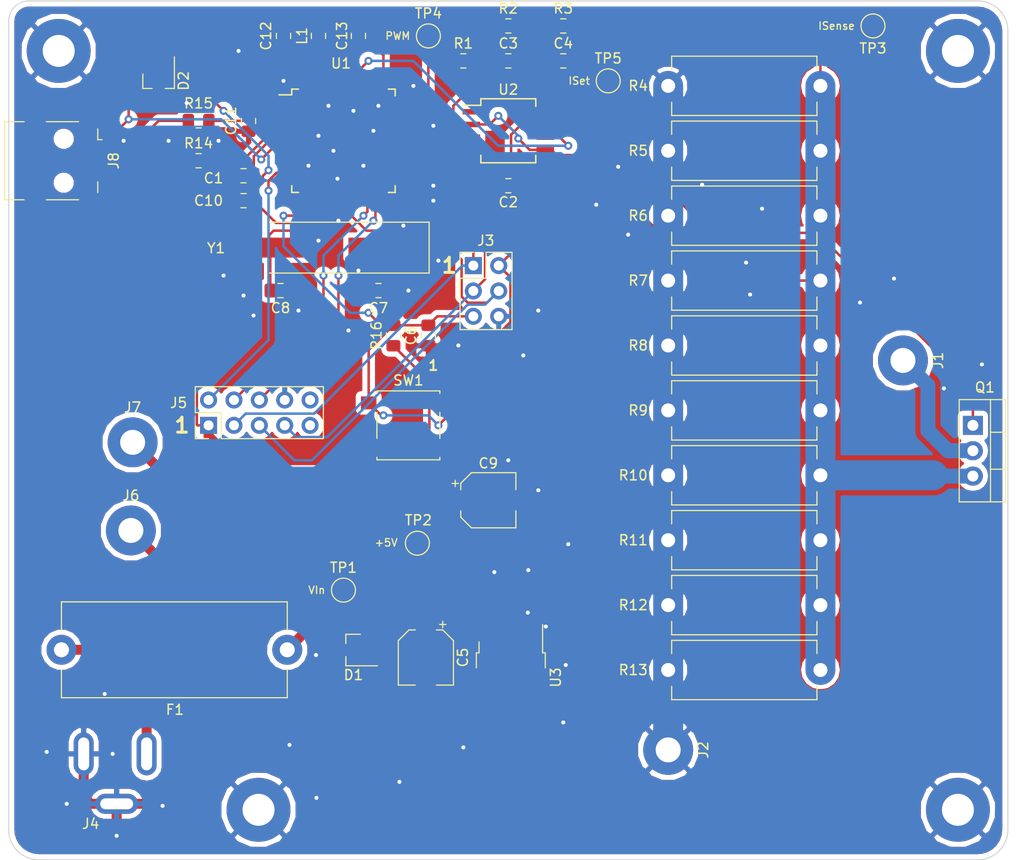
<source format=kicad_pcb>
(kicad_pcb (version 20171130) (host pcbnew "(5.0.2)-1")
  (layers (0 F.Cu signal) (31 B.Cu signal) (34 B.Paste user) (35 F.Paste user) (36 B.SilkS user) (37 F.SilkS user) (38 B.Mask user) (39 F.Mask user) (44 Edge.Cuts user))
  (net 0 "")
  (net 1 "Net-(F1-Pad2)")
  (net 2 GND)
  (net 3 "Net-(C4-Pad1)")
  (net 4 I_SENSE)
  (net 5 PWM)
  (net 6 "Net-(C5-Pad1)")
  (net 7 +5V)
  (net 8 RESET)
  (net 9 "Net-(C3-Pad1)")
  (net 10 "Net-(Q1-Pad1)")
  (net 11 "Net-(J1-Pad1)")
  (net 12 ADC)
  (net 13 INT_B)
  (net 14 "Net-(U1-Pad9)")
  (net 15 "Net-(U1-Pad12)")
  (net 16 CS)
  (net 17 MOSI)
  (net 18 MISO)
  (net 19 SCK)
  (net 20 "Net-(U1-Pad19)")
  (net 21 "Net-(C1-Pad1)")
  (net 22 "Net-(U1-Pad22)")
  (net 23 "Net-(U1-Pad25)")
  (net 24 "Net-(U1-Pad26)")
  (net 25 "Net-(U1-Pad27)")
  (net 26 "Net-(U1-Pad30)")
  (net 27 "Net-(U1-Pad31)")
  (net 28 INT_A)
  (net 29 "Net-(D1-Pad1)")
  (net 30 "Net-(R14-Pad1)")
  (net 31 "Net-(J8-Pad3)")
  (net 32 "Net-(J8-Pad2)")
  (net 33 "Net-(R15-Pad1)")
  (net 34 VBUS)
  (net 35 "Net-(U1-Pad1)")
  (net 36 "Net-(U1-Pad8)")
  (net 37 "Net-(C8-Pad1)")
  (net 38 "Net-(C7-Pad1)")
  (net 39 "Net-(U1-Pad18)")
  (net 40 AVCC)
  (net 41 "Net-(U1-Pad33)")
  (net 42 "Net-(U1-Pad36)")
  (net 43 "Net-(U1-Pad37)")
  (net 44 "Net-(U1-Pad38)")
  (net 45 "Net-(U1-Pad39)")
  (net 46 "Net-(U1-Pad40)")
  (net 47 AREF)
  (net 48 "Net-(J8-Pad4)")
  (net 49 "Net-(J5-Pad9)")
  (net 50 "Net-(J5-Pad10)")
  (net 51 "Net-(D1-Pad3)")
  (module MountingHole:MountingHole_3.2mm_M3_Pad (layer F.Cu) (at 163 124)
    (fp_text reference H3 hide)
    (fp_text value MountingHole_Pad)
    (pad 1 thru_hole circle (at 0 0) (size 6.4 6.4) (drill 3.2) (layers *.Cu *.Mask) (net 2 GND))
  )
  (module MountingHole:MountingHole_3.2mm_M3_Pad (layer F.Cu) (at 163 48)
    (fp_text reference H1 hide)
    (fp_text value MountingHole_Pad)
    (pad 1 thru_hole circle (at 0 0) (size 6.4 6.4) (drill 3.2) (layers *.Cu *.Mask) (net 2 GND))
  )
  (module MountingHole:MountingHole_3.2mm_M3_Pad (layer F.Cu) (at 93 124)
    (fp_text reference H2 hide)
    (fp_text value MountingHole_Pad)
    (pad 1 thru_hole circle (at 0 0) (size 6.4 6.4) (drill 3.2) (layers *.Cu *.Mask) (net 2 GND))
  )
  (module MountingHole:MountingHole_3.2mm_M3_Pad (layer F.Cu) (at 73 48)
    (fp_text reference H4 hide)
    (fp_text value MountingHole_Pad)
    (pad 1 thru_hole circle (at 0 0) (size 6.4 6.4) (drill 3.2) (layers *.Cu *.Mask) (net 2 GND))
  )
  (module Package_TO_SOT_SMD:TO-252-2 (layer F.Cu) (at 118.25 110.75 270)
    (fp_text reference U3 (at 0 -4.5 270) (layer F.SilkS))
    (fp_text value NCP1117-5.0_TO252)
    (pad 1 smd rect (at -4.2 -2.28 270) (size 2.2 1.2) (layers F.Cu F.Paste F.Mask) (net 2 GND))
    (pad 3 smd rect (at -4.2 2.28 270) (size 2.2 1.2) (layers F.Cu F.Paste F.Mask) (net 6 "Net-(C5-Pad1)"))
    (pad 2 smd rect (at 2.1 0 270) (size 6.4 5.8) (layers F.Cu F.Mask) (net 7 +5V))
  )
  (module Capacitor_SMD:C_0805_2012Metric_Pad1.15x1.40mm_HandSolder (layer F.Cu) (at 118 49)
    (fp_text reference C3 (at 0 -1.75) (layer F.SilkS))
    (fp_text value 10u)
    (pad 1 smd roundrect (at -1.025 0) (size 1.15 1.4) (layers F.Cu F.Paste F.Mask) (roundrect_rratio 0.217391) (net 9 "Net-(C3-Pad1)"))
    (pad 2 smd roundrect (at 1.025 0) (size 1.15 1.4) (layers F.Cu F.Paste F.Mask) (roundrect_rratio 0.217391) (net 2 GND))
  )
  (module Connector_PinHeader_2.54mm:PinHeader_2x05_P2.54mm_Vertical (layer F.Cu) (at 88 85.5 90)
    (fp_text reference J5 (at 2.25 -3 180) (layer F.SilkS))
    (fp_text value Conn_02x05_Odd_Even)
    (pad 1 thru_hole rect (at 0 0 90) (size 1.7 1.7) (drill 1) (layers *.Cu *.Mask) (net 7 +5V))
    (pad 2 thru_hole oval (at 2.54 0 90) (size 1.7 1.7) (drill 1) (layers *.Cu *.Mask) (net 16 CS))
    (pad 3 thru_hole oval (at 0 2.54 90) (size 1.7 1.7) (drill 1) (layers *.Cu *.Mask) (net 18 MISO))
    (pad 4 thru_hole oval (at 2.54 2.54 90) (size 1.7 1.7) (drill 1) (layers *.Cu *.Mask) (net 28 INT_A))
    (pad 5 thru_hole oval (at 0 5.08 90) (size 1.7 1.7) (drill 1) (layers *.Cu *.Mask) (net 17 MOSI))
    (pad 6 thru_hole oval (at 2.54 5.08 90) (size 1.7 1.7) (drill 1) (layers *.Cu *.Mask) (net 13 INT_B))
    (pad 7 thru_hole oval (at 0 7.62 90) (size 1.7 1.7) (drill 1) (layers *.Cu *.Mask) (net 19 SCK))
    (pad 8 thru_hole oval (at 2.54 7.62 90) (size 1.7 1.7) (drill 1) (layers *.Cu *.Mask) (net 2 GND))
    (pad 9 thru_hole oval (at 0 10.16 90) (size 1.7 1.7) (drill 1) (layers *.Cu *.Mask) (net 49 "Net-(J5-Pad9)"))
    (pad 10 thru_hole oval (at 2.54 10.16 90) (size 1.7 1.7) (drill 1) (layers *.Cu *.Mask) (net 50 "Net-(J5-Pad10)"))
  )
  (module Capacitor_SMD:C_0805_2012Metric_Pad1.15x1.40mm_HandSolder (layer F.Cu) (at 103 46.5 90)
    (fp_text reference C13 (at 0 -1.65 90) (layer F.SilkS))
    (fp_text value 100n)
    (pad 1 smd roundrect (at -1.025 0 90) (size 1.15 1.4) (layers F.Cu F.Paste F.Mask) (roundrect_rratio 0.217391) (net 47 AREF))
    (pad 2 smd roundrect (at 1.025 0 90) (size 1.15 1.4) (layers F.Cu F.Paste F.Mask) (roundrect_rratio 0.217391) (net 2 GND))
  )
  (module Connector_USB:USB_Mini-B_Lumberg_2486_01_Horizontal (layer F.Cu) (at 73.5 59 270)
    (fp_text reference J8 (at 0 -5 270) (layer F.SilkS))
    (fp_text value USB_B_Micro)
    (pad 1 smd rect (at -1.6 -2.7 270) (size 0.5 2) (layers F.Cu F.Paste F.Mask) (net 34 VBUS))
    (pad 2 smd rect (at -0.8 -2.7 270) (size 0.5 2) (layers F.Cu F.Paste F.Mask) (net 32 "Net-(J8-Pad2)"))
    (pad 3 smd rect (at 0 -2.7 270) (size 0.5 2) (layers F.Cu F.Paste F.Mask) (net 31 "Net-(J8-Pad3)"))
    (pad 4 smd rect (at 0.8 -2.7 270) (size 0.5 2) (layers F.Cu F.Paste F.Mask) (net 48 "Net-(J8-Pad4)"))
    (pad 5 smd rect (at 1.6 -2.7 270) (size 0.5 2) (layers F.Cu F.Paste F.Mask) (net 2 GND))
    (pad 6 smd rect (at -4.45 -2.6 270) (size 2 1.7) (layers F.Cu F.Paste F.Mask) (net 2 GND))
    (pad 6 smd rect (at -4.45 2.85 270) (size 2 1.7) (layers F.Cu F.Paste F.Mask) (net 2 GND))
    (pad 6 smd rect (at 4.45 -2.6 270) (size 2 1.7) (layers F.Cu F.Paste F.Mask) (net 2 GND))
    (pad 6 smd rect (at 4.45 2.85 270) (size 2 1.7) (layers F.Cu F.Paste F.Mask) (net 2 GND))
    (pad "" np_thru_hole circle (at -2.2 0 270) (size 1 1) (drill 1) (layers *.Cu *.Mask))
    (pad "" np_thru_hole circle (at 2.2 0 270) (size 1 1) (drill 1) (layers *.Cu *.Mask))
  )
  (module Inductor_SMD:L_0805_2012Metric_Pad1.15x1.40mm_HandSolder (layer F.Cu) (at 99 46.5 90)
    (fp_text reference L1 (at 0 -1.65 90) (layer F.SilkS))
    (fp_text value 10u)
    (pad 1 smd roundrect (at -1.025 0 90) (size 1.15 1.4) (layers F.Cu F.Paste F.Mask) (roundrect_rratio 0.217391) (net 40 AVCC))
    (pad 2 smd roundrect (at 1.025 0 90) (size 1.15 1.4) (layers F.Cu F.Paste F.Mask) (roundrect_rratio 0.217391) (net 7 +5V))
  )
  (module Package_QFP:TQFP-44_10x10mm_P0.8mm (layer F.Cu) (at 101.5 57)
    (fp_text reference U1 (at -0.25 -7.75) (layer F.SilkS))
    (fp_text value ATmega32U4-AU)
    (pad 1 smd rect (at -5.7 -4) (size 1.5 0.55) (layers F.Cu F.Paste F.Mask) (net 35 "Net-(U1-Pad1)"))
    (pad 2 smd rect (at -5.7 -3.2) (size 1.5 0.55) (layers F.Cu F.Paste F.Mask) (net 7 +5V))
    (pad 3 smd rect (at -5.7 -2.4) (size 1.5 0.55) (layers F.Cu F.Paste F.Mask) (net 33 "Net-(R15-Pad1)"))
    (pad 4 smd rect (at -5.7 -1.6) (size 1.5 0.55) (layers F.Cu F.Paste F.Mask) (net 30 "Net-(R14-Pad1)"))
    (pad 5 smd rect (at -5.7 -0.8) (size 1.5 0.55) (layers F.Cu F.Paste F.Mask) (net 2 GND))
    (pad 6 smd rect (at -5.7 0) (size 1.5 0.55) (layers F.Cu F.Paste F.Mask) (net 21 "Net-(C1-Pad1)"))
    (pad 7 smd rect (at -5.7 0.8) (size 1.5 0.55) (layers F.Cu F.Paste F.Mask) (net 34 VBUS))
    (pad 8 smd rect (at -5.7 1.6) (size 1.5 0.55) (layers F.Cu F.Paste F.Mask) (net 36 "Net-(U1-Pad8)"))
    (pad 9 smd rect (at -5.7 2.4) (size 1.5 0.55) (layers F.Cu F.Paste F.Mask) (net 14 "Net-(U1-Pad9)"))
    (pad 10 smd rect (at -5.7 3.2) (size 1.5 0.55) (layers F.Cu F.Paste F.Mask) (net 16 CS))
    (pad 11 smd rect (at -5.7 4) (size 1.5 0.55) (layers F.Cu F.Paste F.Mask) (net 17 MOSI))
    (pad 12 smd rect (at -4 5.7 90) (size 1.5 0.55) (layers F.Cu F.Paste F.Mask) (net 15 "Net-(U1-Pad12)"))
    (pad 13 smd rect (at -3.2 5.7 90) (size 1.5 0.55) (layers F.Cu F.Paste F.Mask) (net 8 RESET))
    (pad 14 smd rect (at -2.4 5.7 90) (size 1.5 0.55) (layers F.Cu F.Paste F.Mask) (net 7 +5V))
    (pad 15 smd rect (at -1.6 5.7 90) (size 1.5 0.55) (layers F.Cu F.Paste F.Mask) (net 2 GND))
    (pad 16 smd rect (at -0.8 5.7 90) (size 1.5 0.55) (layers F.Cu F.Paste F.Mask) (net 37 "Net-(C8-Pad1)"))
    (pad 17 smd rect (at 0 5.7 90) (size 1.5 0.55) (layers F.Cu F.Paste F.Mask) (net 38 "Net-(C7-Pad1)"))
    (pad 18 smd rect (at 0.8 5.7 90) (size 1.5 0.55) (layers F.Cu F.Paste F.Mask) (net 39 "Net-(U1-Pad18)"))
    (pad 19 smd rect (at 1.6 5.7 90) (size 1.5 0.55) (layers F.Cu F.Paste F.Mask) (net 20 "Net-(U1-Pad19)"))
    (pad 20 smd rect (at 2.4 5.7 90) (size 1.5 0.55) (layers F.Cu F.Paste F.Mask) (net 28 INT_A))
    (pad 21 smd rect (at 3.2 5.7 90) (size 1.5 0.55) (layers F.Cu F.Paste F.Mask) (net 13 INT_B))
    (pad 22 smd rect (at 4 5.7 90) (size 1.5 0.55) (layers F.Cu F.Paste F.Mask) (net 22 "Net-(U1-Pad22)"))
    (pad 23 smd rect (at 5.7 4) (size 1.5 0.55) (layers F.Cu F.Paste F.Mask) (net 2 GND))
    (pad 24 smd rect (at 5.7 3.2) (size 1.5 0.55) (layers F.Cu F.Paste F.Mask) (net 40 AVCC))
    (pad 25 smd rect (at 5.7 2.4) (size 1.5 0.55) (layers F.Cu F.Paste F.Mask) (net 23 "Net-(U1-Pad25)"))
    (pad 26 smd rect (at 5.7 1.6) (size 1.5 0.55) (layers F.Cu F.Paste F.Mask) (net 24 "Net-(U1-Pad26)"))
    (pad 27 smd rect (at 5.7 0.8) (size 1.5 0.55) (layers F.Cu F.Paste F.Mask) (net 25 "Net-(U1-Pad27)"))
    (pad 28 smd rect (at 5.7 0) (size 1.5 0.55) (layers F.Cu F.Paste F.Mask) (net 18 MISO))
    (pad 29 smd rect (at 5.7 -0.8) (size 1.5 0.55) (layers F.Cu F.Paste F.Mask) (net 19 SCK))
    (pad 30 smd rect (at 5.7 -1.6) (size 1.5 0.55) (layers F.Cu F.Paste F.Mask) (net 26 "Net-(U1-Pad30)"))
    (pad 31 smd rect (at 5.7 -2.4) (size 1.5 0.55) (layers F.Cu F.Paste F.Mask) (net 27 "Net-(U1-Pad31)"))
    (pad 32 smd rect (at 5.7 -3.2) (size 1.5 0.55) (layers F.Cu F.Paste F.Mask) (net 5 PWM))
    (pad 33 smd rect (at 5.7 -4) (size 1.5 0.55) (layers F.Cu F.Paste F.Mask) (net 41 "Net-(U1-Pad33)"))
    (pad 34 smd rect (at 4 -5.7 90) (size 1.5 0.55) (layers F.Cu F.Paste F.Mask) (net 7 +5V))
    (pad 35 smd rect (at 3.2 -5.7 90) (size 1.5 0.55) (layers F.Cu F.Paste F.Mask) (net 2 GND))
    (pad 36 smd rect (at 2.4 -5.7 90) (size 1.5 0.55) (layers F.Cu F.Paste F.Mask) (net 42 "Net-(U1-Pad36)"))
    (pad 37 smd rect (at 1.6 -5.7 90) (size 1.5 0.55) (layers F.Cu F.Paste F.Mask) (net 43 "Net-(U1-Pad37)"))
    (pad 38 smd rect (at 0.8 -5.7 90) (size 1.5 0.55) (layers F.Cu F.Paste F.Mask) (net 44 "Net-(U1-Pad38)"))
    (pad 39 smd rect (at 0 -5.7 90) (size 1.5 0.55) (layers F.Cu F.Paste F.Mask) (net 45 "Net-(U1-Pad39)"))
    (pad 40 smd rect (at -0.8 -5.7 90) (size 1.5 0.55) (layers F.Cu F.Paste F.Mask) (net 46 "Net-(U1-Pad40)"))
    (pad 41 smd rect (at -1.6 -5.7 90) (size 1.5 0.55) (layers F.Cu F.Paste F.Mask) (net 12 ADC))
    (pad 42 smd rect (at -2.4 -5.7 90) (size 1.5 0.55) (layers F.Cu F.Paste F.Mask) (net 47 AREF))
    (pad 43 smd rect (at -3.2 -5.7 90) (size 1.5 0.55) (layers F.Cu F.Paste F.Mask) (net 2 GND))
    (pad 44 smd rect (at -4 -5.7 90) (size 1.5 0.55) (layers F.Cu F.Paste F.Mask) (net 40 AVCC))
  )
  (module Package_TO_SOT_SMD:SOT-23_Handsoldering (layer F.Cu) (at 83 51 270)
    (fp_text reference D2 (at 0 -2.5 270) (layer F.SilkS))
    (fp_text value D_Schottky_AAK)
    (pad 1 smd rect (at -1.5 -0.95 270) (size 1.9 0.8) (layers F.Cu F.Paste F.Mask) (net 34 VBUS))
    (pad 2 smd rect (at -1.5 0.95 270) (size 1.9 0.8) (layers F.Cu F.Paste F.Mask) (net 34 VBUS))
    (pad 3 smd rect (at 1.5 0 270) (size 1.9 0.8) (layers F.Cu F.Paste F.Mask) (net 7 +5V))
  )
  (module Resistor_SMD:R_0805_2012Metric_Pad1.15x1.40mm_HandSolder (layer F.Cu) (at 87 55 180)
    (fp_text reference R15 (at 0 1.75 180) (layer F.SilkS))
    (fp_text value 22)
    (pad 2 smd roundrect (at 1.025 0 180) (size 1.15 1.4) (layers F.Cu F.Paste F.Mask) (roundrect_rratio 0.217391) (net 32 "Net-(J8-Pad2)"))
    (pad 1 smd roundrect (at -1.025 0 180) (size 1.15 1.4) (layers F.Cu F.Paste F.Mask) (roundrect_rratio 0.217391) (net 33 "Net-(R15-Pad1)"))
  )
  (module Resistor_SMD:R_0805_2012Metric_Pad1.15x1.40mm_HandSolder (layer F.Cu) (at 87 59 180)
    (fp_text reference R14 (at 0 1.75 180) (layer F.SilkS))
    (fp_text value 22)
    (pad 1 smd roundrect (at -1.025 0 180) (size 1.15 1.4) (layers F.Cu F.Paste F.Mask) (roundrect_rratio 0.217391) (net 30 "Net-(R14-Pad1)"))
    (pad 2 smd roundrect (at 1.025 0 180) (size 1.15 1.4) (layers F.Cu F.Paste F.Mask) (roundrect_rratio 0.217391) (net 31 "Net-(J8-Pad3)"))
  )
  (module Button_Switch_SMD:SW_SPST_B3S-1000 (layer F.Cu) (at 108 85.5)
    (fp_text reference SW1 (at 0 -4.5) (layer F.SilkS))
    (fp_text value SW_Push)
    (pad 1 smd rect (at -3.975 -2.25) (size 1.55 1.3) (layers F.Cu F.Paste F.Mask) (net 8 RESET))
    (pad 1 smd rect (at 3.975 -2.25) (size 1.55 1.3) (layers F.Cu F.Paste F.Mask) (net 8 RESET))
    (pad 2 smd rect (at -3.975 2.25) (size 1.55 1.3) (layers F.Cu F.Paste F.Mask) (net 2 GND))
    (pad 2 smd rect (at 3.975 2.25) (size 1.55 1.3) (layers F.Cu F.Paste F.Mask) (net 2 GND))
  )
  (module MountingHole:MountingHole_2.5mm_Pad (layer F.Cu) (at 80.225001 96.025001)
    (fp_text reference J6 (at 0 -3.5) (layer F.SilkS))
    (fp_text value Conn_01x01)
    (pad 1 thru_hole circle (at 0 0) (size 5 5) (drill 2.5) (layers *.Cu *.Mask) (net 51 "Net-(D1-Pad3)"))
  )
  (module MountingHole:MountingHole_2.5mm_Pad (layer F.Cu) (at 80.4 87.2)
    (fp_text reference J7 (at 0 -3.5) (layer F.SilkS))
    (fp_text value Conn_01x01)
    (pad 1 thru_hole circle (at 0 0) (size 5 5) (drill 2.5) (layers *.Cu *.Mask) (net 6 "Net-(C5-Pad1)"))
  )
  (module Package_TO_SOT_SMD:SOT-23_Handsoldering (layer F.Cu) (at 102.5 108 180)
    (fp_text reference D1 (at 0 -2.5 180) (layer F.SilkS))
    (fp_text value D_Schottky_AAK)
    (pad 1 smd rect (at -1.5 -0.95 180) (size 1.9 0.8) (layers F.Cu F.Paste F.Mask) (net 29 "Net-(D1-Pad1)"))
    (pad 2 smd rect (at -1.5 0.95 180) (size 1.9 0.8) (layers F.Cu F.Paste F.Mask) (net 29 "Net-(D1-Pad1)"))
    (pad 3 smd rect (at 1.5 0 180) (size 1.9 0.8) (layers F.Cu F.Paste F.Mask) (net 51 "Net-(D1-Pad3)"))
  )
  (module footprints:Barrel_Jack_BKL (layer B.Cu) (at 68 118.4)
    (fp_text reference J4 (at 8.2 7) (layer F.SilkS))
    (fp_text value Barrel_Jack_Switch)
    (pad 1 thru_hole oval (at 13.8 0) (size 2 4.3) (drill oval 1.1 3.3) (layers *.Cu *.Mask) (net 1 "Net-(F1-Pad2)"))
    (pad 2 thru_hole oval (at 7.5 0 180) (size 2 4.3) (drill oval 1.1 3.3) (layers *.Cu *.Mask) (net 2 GND))
    (pad 3 thru_hole oval (at 10.8 5 270) (size 2 4.3) (drill oval 1.1 3.3) (layers *.Cu *.Mask) (net 2 GND))
  )
  (module Crystal:Crystal_SMD_HC49-SD_HandSoldering (layer F.Cu) (at 100 67.7 180)
    (fp_text reference Y1 (at 11.25 -0.05 180) (layer F.SilkS))
    (fp_text value "8 Mhz")
    (pad 1 smd rect (at -5.9375 0 180) (size 7.875 2) (layers F.Cu F.Paste F.Mask) (net 38 "Net-(C7-Pad1)"))
    (pad 2 smd rect (at 5.9375 0 180) (size 7.875 2) (layers F.Cu F.Paste F.Mask) (net 37 "Net-(C8-Pad1)"))
  )
  (module Capacitor_SMD:CP_Elec_5x5.8 (layer F.Cu) (at 109.75 108.75 270)
    (fp_text reference C5 (at 0 -3.7 270) (layer F.SilkS))
    (fp_text value 10u)
    (pad 2 smd roundrect (at 2.2 0 270) (size 3 1.6) (layers F.Cu F.Paste F.Mask) (roundrect_rratio 0.15625) (net 2 GND))
    (pad 1 smd roundrect (at -2.2 0 270) (size 3 1.6) (layers F.Cu F.Paste F.Mask) (roundrect_rratio 0.15625) (net 6 "Net-(C5-Pad1)"))
  )
  (module Capacitor_SMD:CP_Elec_5x5.8 (layer F.Cu) (at 116 93)
    (fp_text reference C9 (at 0 -3.7) (layer F.SilkS))
    (fp_text value 22u)
    (pad 1 smd roundrect (at -2.2 0) (size 3 1.6) (layers F.Cu F.Paste F.Mask) (roundrect_rratio 0.15625) (net 7 +5V))
    (pad 2 smd roundrect (at 2.2 0) (size 3 1.6) (layers F.Cu F.Paste F.Mask) (roundrect_rratio 0.15625) (net 2 GND))
  )
  (module Capacitor_SMD:C_0805_2012Metric_Pad1.15x1.40mm_HandSolder (layer F.Cu) (at 91.5 63 180)
    (fp_text reference C10 (at 3.5 0 180) (layer F.SilkS))
    (fp_text value 100n)
    (pad 1 smd roundrect (at -1.025 0 180) (size 1.15 1.4) (layers F.Cu F.Paste F.Mask) (roundrect_rratio 0.217391) (net 7 +5V))
    (pad 2 smd roundrect (at 1.025 0 180) (size 1.15 1.4) (layers F.Cu F.Paste F.Mask) (roundrect_rratio 0.217391) (net 2 GND))
  )
  (module Capacitor_SMD:C_0805_2012Metric_Pad1.15x1.40mm_HandSolder (layer F.Cu) (at 91.5 60.5 180)
    (fp_text reference C1 (at 3 -0.25 180) (layer F.SilkS))
    (fp_text value 1u)
    (pad 2 smd roundrect (at 1.025 0 180) (size 1.15 1.4) (layers F.Cu F.Paste F.Mask) (roundrect_rratio 0.217391) (net 2 GND))
    (pad 1 smd roundrect (at -1.025 0 180) (size 1.15 1.4) (layers F.Cu F.Paste F.Mask) (roundrect_rratio 0.217391) (net 21 "Net-(C1-Pad1)"))
  )
  (module Capacitor_SMD:C_0805_2012Metric_Pad1.15x1.40mm_HandSolder (layer F.Cu) (at 123.5 49)
    (fp_text reference C4 (at 0 -1.75) (layer F.SilkS))
    (fp_text value 100n)
    (pad 1 smd roundrect (at -1.025 0) (size 1.15 1.4) (layers F.Cu F.Paste F.Mask) (roundrect_rratio 0.217391) (net 3 "Net-(C4-Pad1)"))
    (pad 2 smd roundrect (at 1.025 0) (size 1.15 1.4) (layers F.Cu F.Paste F.Mask) (roundrect_rratio 0.217391) (net 2 GND))
  )
  (module Capacitor_SMD:C_0805_2012Metric_Pad1.15x1.40mm_HandSolder (layer F.Cu) (at 105 72 180)
    (fp_text reference C7 (at 0 -1.75 180) (layer F.SilkS))
    (fp_text value 22p)
    (pad 2 smd roundrect (at 1.025 0 180) (size 1.15 1.4) (layers F.Cu F.Paste F.Mask) (roundrect_rratio 0.217391) (net 2 GND))
    (pad 1 smd roundrect (at -1.025 0 180) (size 1.15 1.4) (layers F.Cu F.Paste F.Mask) (roundrect_rratio 0.217391) (net 38 "Net-(C7-Pad1)"))
  )
  (module Capacitor_SMD:C_0805_2012Metric_Pad1.15x1.40mm_HandSolder (layer F.Cu) (at 95.2 72)
    (fp_text reference C8 (at 0 1.75) (layer F.SilkS))
    (fp_text value 22p)
    (pad 1 smd roundrect (at -1.025 0) (size 1.15 1.4) (layers F.Cu F.Paste F.Mask) (roundrect_rratio 0.217391) (net 37 "Net-(C8-Pad1)"))
    (pad 2 smd roundrect (at 1.025 0) (size 1.15 1.4) (layers F.Cu F.Paste F.Mask) (roundrect_rratio 0.217391) (net 2 GND))
  )
  (module Capacitor_SMD:C_0805_2012Metric_Pad1.15x1.40mm_HandSolder (layer F.Cu) (at 92 55.025 270)
    (fp_text reference C11 (at -0.025 1.75 270) (layer F.SilkS))
    (fp_text value 100n)
    (pad 2 smd roundrect (at 1.025 0 270) (size 1.15 1.4) (layers F.Cu F.Paste F.Mask) (roundrect_rratio 0.217391) (net 2 GND))
    (pad 1 smd roundrect (at -1.025 0 270) (size 1.15 1.4) (layers F.Cu F.Paste F.Mask) (roundrect_rratio 0.217391) (net 7 +5V))
  )
  (module Capacitor_SMD:C_0805_2012Metric_Pad1.15x1.40mm_HandSolder (layer F.Cu) (at 95.5 46.5 90)
    (fp_text reference C12 (at 0 -1.75 90) (layer F.SilkS))
    (fp_text value 100n)
    (pad 1 smd roundrect (at -1.025 0 90) (size 1.15 1.4) (layers F.Cu F.Paste F.Mask) (roundrect_rratio 0.217391) (net 40 AVCC))
    (pad 2 smd roundrect (at 1.025 0 90) (size 1.15 1.4) (layers F.Cu F.Paste F.Mask) (roundrect_rratio 0.217391) (net 2 GND))
  )
  (module Capacitor_SMD:C_0805_2012Metric_Pad1.15x1.40mm_HandSolder (layer F.Cu) (at 118 61.5 180)
    (fp_text reference C2 (at 0 -1.65 180) (layer F.SilkS))
    (fp_text value 100n)
    (pad 2 smd roundrect (at 1.025 0 180) (size 1.15 1.4) (layers F.Cu F.Paste F.Mask) (roundrect_rratio 0.217391) (net 2 GND))
    (pad 1 smd roundrect (at -1.025 0 180) (size 1.15 1.4) (layers F.Cu F.Paste F.Mask) (roundrect_rratio 0.217391) (net 7 +5V))
  )
  (module Capacitor_SMD:C_0805_2012Metric_Pad1.15x1.40mm_HandSolder (layer F.Cu) (at 110 76.5 270)
    (fp_text reference C6 (at 0 1.75 270) (layer F.SilkS))
    (fp_text value 100n)
    (pad 1 smd roundrect (at -1.025 0 270) (size 1.15 1.4) (layers F.Cu F.Paste F.Mask) (roundrect_rratio 0.217391) (net 8 RESET))
    (pad 2 smd roundrect (at 1.025 0 270) (size 1.15 1.4) (layers F.Cu F.Paste F.Mask) (roundrect_rratio 0.217391) (net 2 GND))
  )
  (module Connector_PinHeader_2.54mm:PinHeader_2x03_P2.54mm_Vertical (layer F.Cu) (at 114.5 69.5)
    (fp_text reference J3 (at 1.25 -2.5) (layer F.SilkS))
    (fp_text value AVR-ISP-6)
    (pad 1 thru_hole rect (at 0 0) (size 1.7 1.7) (drill 1) (layers *.Cu *.Mask) (net 18 MISO))
    (pad 2 thru_hole oval (at 2.54 0) (size 1.7 1.7) (drill 1) (layers *.Cu *.Mask) (net 7 +5V))
    (pad 3 thru_hole oval (at 0 2.54) (size 1.7 1.7) (drill 1) (layers *.Cu *.Mask) (net 19 SCK))
    (pad 4 thru_hole oval (at 2.54 2.54) (size 1.7 1.7) (drill 1) (layers *.Cu *.Mask) (net 17 MOSI))
    (pad 5 thru_hole oval (at 0 5.08) (size 1.7 1.7) (drill 1) (layers *.Cu *.Mask) (net 8 RESET))
    (pad 6 thru_hole oval (at 2.54 5.08) (size 1.7 1.7) (drill 1) (layers *.Cu *.Mask) (net 2 GND))
  )
  (module Fuse:Fuseholder_Cylinder-5x20mm_Stelvio-Kontek_PTF78_Horizontal_Open (layer F.Cu) (at 95.875001 107.975001 180)
    (fp_text reference F1 (at 11.25 -6 180) (layer F.SilkS))
    (fp_text value Fuse)
    (pad 1 thru_hole circle (at 0 0 180) (size 3 3) (drill 1.5) (layers *.Cu *.Mask) (net 29 "Net-(D1-Pad1)"))
    (pad 2 thru_hole circle (at 22.6 0 180) (size 3 3) (drill 1.5) (layers *.Cu *.Mask) (net 1 "Net-(F1-Pad2)"))
  )
  (module MountingHole:MountingHole_2.5mm_Pad (layer F.Cu) (at 157.5 79 270)
    (fp_text reference J1 (at 0 -3.5 270) (layer F.SilkS))
    (fp_text value Conn_01x01)
    (pad 1 thru_hole circle (at 0 0 270) (size 5 5) (drill 2.5) (layers *.Cu *.Mask) (net 11 "Net-(J1-Pad1)"))
  )
  (module MountingHole:MountingHole_2.5mm_Pad (layer F.Cu) (at 134 118 270)
    (fp_text reference J2 (at 0 -3.5 270) (layer F.SilkS))
    (fp_text value Conn_01x01)
    (pad 1 thru_hole circle (at 0 0 270) (size 5 5) (drill 2.5) (layers *.Cu *.Mask) (net 2 GND))
  )
  (module Package_SO:SO-8_5.3x6.2mm_P1.27mm (layer F.Cu) (at 118 56)
    (fp_text reference U2 (at 0 -4.13) (layer F.SilkS))
    (fp_text value Opamp_Dual_Generic)
    (pad 1 smd rect (at -3.7 -1.905) (size 1.75 0.55) (layers F.Cu F.Paste F.Mask) (net 10 "Net-(Q1-Pad1)"))
    (pad 2 smd rect (at -3.7 -0.635) (size 1.75 0.55) (layers F.Cu F.Paste F.Mask) (net 4 I_SENSE))
    (pad 3 smd rect (at -3.7 0.635) (size 1.75 0.55) (layers F.Cu F.Paste F.Mask) (net 3 "Net-(C4-Pad1)"))
    (pad 4 smd rect (at -3.7 1.905) (size 1.75 0.55) (layers F.Cu F.Paste F.Mask) (net 2 GND))
    (pad 5 smd rect (at 3.7 1.905) (size 1.75 0.55) (layers F.Cu F.Paste F.Mask) (net 4 I_SENSE))
    (pad 6 smd rect (at 3.7 0.635) (size 1.75 0.55) (layers F.Cu F.Paste F.Mask) (net 12 ADC))
    (pad 7 smd rect (at 3.7 -0.635) (size 1.75 0.55) (layers F.Cu F.Paste F.Mask) (net 12 ADC))
    (pad 8 smd rect (at 3.7 -1.905) (size 1.75 0.55) (layers F.Cu F.Paste F.Mask) (net 7 +5V))
  )
  (module Package_TO_SOT_THT:TO-220-3_Vertical (layer F.Cu) (at 164.5 85.5 270)
    (fp_text reference Q1 (at -3.8 -1.2) (layer F.SilkS))
    (fp_text value Q_NMOS_GDS)
    (pad 1 thru_hole rect (at 0 0 270) (size 1.905 2) (drill 1.1) (layers *.Cu *.Mask) (net 10 "Net-(Q1-Pad1)"))
    (pad 2 thru_hole oval (at 2.54 0 270) (size 1.905 2) (drill 1.1) (layers *.Cu *.Mask) (net 11 "Net-(J1-Pad1)"))
    (pad 3 thru_hole oval (at 5.08 0 270) (size 1.905 2) (drill 1.1) (layers *.Cu *.Mask) (net 4 I_SENSE))
  )
  (module Resistor_SMD:R_0805_2012Metric_Pad1.15x1.40mm_HandSolder (layer F.Cu) (at 118 45.5)
    (fp_text reference R2 (at 0 -1.75) (layer F.SilkS))
    (fp_text value 100k)
    (pad 2 smd roundrect (at 1.025 0) (size 1.15 1.4) (layers F.Cu F.Paste F.Mask) (roundrect_rratio 0.217391) (net 3 "Net-(C4-Pad1)"))
    (pad 1 smd roundrect (at -1.025 0) (size 1.15 1.4) (layers F.Cu F.Paste F.Mask) (roundrect_rratio 0.217391) (net 9 "Net-(C3-Pad1)"))
  )
  (module Resistor_SMD:R_0805_2012Metric_Pad1.15x1.40mm_HandSolder (layer F.Cu) (at 113.5 49 180)
    (fp_text reference R1 (at 0 1.75 180) (layer F.SilkS))
    (fp_text value 0.5k)
    (pad 1 smd roundrect (at -1.025 0 180) (size 1.15 1.4) (layers F.Cu F.Paste F.Mask) (roundrect_rratio 0.217391) (net 9 "Net-(C3-Pad1)"))
    (pad 2 smd roundrect (at 1.025 0 180) (size 1.15 1.4) (layers F.Cu F.Paste F.Mask) (roundrect_rratio 0.217391) (net 5 PWM))
  )
  (module Resistor_SMD:R_0805_2012Metric_Pad1.15x1.40mm_HandSolder (layer F.Cu) (at 123.5 45.5)
    (fp_text reference R3 (at 0 -1.75) (layer F.SilkS))
    (fp_text value 100k)
    (pad 2 smd roundrect (at 1.025 0) (size 1.15 1.4) (layers F.Cu F.Paste F.Mask) (roundrect_rratio 0.217391) (net 2 GND))
    (pad 1 smd roundrect (at -1.025 0) (size 1.15 1.4) (layers F.Cu F.Paste F.Mask) (roundrect_rratio 0.217391) (net 3 "Net-(C4-Pad1)"))
  )
  (module Resistor_SMD:R_0805_2012Metric_Pad1.15x1.40mm_HandSolder (layer F.Cu) (at 106.5 76.5 270)
    (fp_text reference R16 (at 0 1.7 270) (layer F.SilkS))
    (fp_text value 10k)
    (pad 1 smd roundrect (at -1.025 0 270) (size 1.15 1.4) (layers F.Cu F.Paste F.Mask) (roundrect_rratio 0.217391) (net 8 RESET))
    (pad 2 smd roundrect (at 1.025 0 270) (size 1.15 1.4) (layers F.Cu F.Paste F.Mask) (roundrect_rratio 0.217391) (net 7 +5V))
  )
  (module Resistor_THT:R_Axial_DIN0614_L14.3mm_D5.7mm_P15.24mm_Horizontal (layer F.Cu) (at 134 110)
    (fp_text reference R13 (at -3.5 0) (layer F.SilkS))
    (fp_text value 10)
    (pad 2 thru_hole oval (at 15.24 0) (size 2.8 2.8) (drill 1.4) (layers *.Cu *.Mask) (net 4 I_SENSE))
    (pad 1 thru_hole circle (at 0 0) (size 2.8 2.8) (drill 1.4) (layers *.Cu *.Mask) (net 2 GND))
  )
  (module Resistor_THT:R_Axial_DIN0614_L14.3mm_D5.7mm_P15.24mm_Horizontal (layer F.Cu) (at 134 90.5)
    (fp_text reference R10 (at -3.5 0) (layer F.SilkS))
    (fp_text value 10)
    (pad 1 thru_hole circle (at 0 0) (size 2.8 2.8) (drill 1.4) (layers *.Cu *.Mask) (net 2 GND))
    (pad 2 thru_hole oval (at 15.24 0) (size 2.8 2.8) (drill 1.4) (layers *.Cu *.Mask) (net 4 I_SENSE))
  )
  (module Resistor_THT:R_Axial_DIN0614_L14.3mm_D5.7mm_P15.24mm_Horizontal (layer F.Cu) (at 134 84)
    (fp_text reference R9 (at -3 0) (layer F.SilkS))
    (fp_text value 10)
    (pad 2 thru_hole oval (at 15.24 0) (size 2.8 2.8) (drill 1.4) (layers *.Cu *.Mask) (net 4 I_SENSE))
    (pad 1 thru_hole circle (at 0 0) (size 2.8 2.8) (drill 1.4) (layers *.Cu *.Mask) (net 2 GND))
  )
  (module Resistor_THT:R_Axial_DIN0614_L14.3mm_D5.7mm_P15.24mm_Horizontal (layer F.Cu) (at 134 103.5)
    (fp_text reference R12 (at -3.5 0) (layer F.SilkS))
    (fp_text value 10)
    (pad 1 thru_hole circle (at 0 0) (size 2.8 2.8) (drill 1.4) (layers *.Cu *.Mask) (net 2 GND))
    (pad 2 thru_hole oval (at 15.24 0) (size 2.8 2.8) (drill 1.4) (layers *.Cu *.Mask) (net 4 I_SENSE))
  )
  (module Resistor_THT:R_Axial_DIN0614_L14.3mm_D5.7mm_P15.24mm_Horizontal (layer F.Cu) (at 134 77.5)
    (fp_text reference R8 (at -3 0) (layer F.SilkS))
    (fp_text value 10)
    (pad 2 thru_hole oval (at 15.24 0) (size 2.8 2.8) (drill 1.4) (layers *.Cu *.Mask) (net 4 I_SENSE))
    (pad 1 thru_hole circle (at 0 0) (size 2.8 2.8) (drill 1.4) (layers *.Cu *.Mask) (net 2 GND))
  )
  (module Resistor_THT:R_Axial_DIN0614_L14.3mm_D5.7mm_P15.24mm_Horizontal (layer F.Cu) (at 134 71)
    (fp_text reference R7 (at -3 0) (layer F.SilkS))
    (fp_text value 10)
    (pad 1 thru_hole circle (at 0 0) (size 2.8 2.8) (drill 1.4) (layers *.Cu *.Mask) (net 2 GND))
    (pad 2 thru_hole oval (at 15.24 0) (size 2.8 2.8) (drill 1.4) (layers *.Cu *.Mask) (net 4 I_SENSE))
  )
  (module Resistor_THT:R_Axial_DIN0614_L14.3mm_D5.7mm_P15.24mm_Horizontal (layer F.Cu) (at 134 64.5)
    (fp_text reference R6 (at -3 0) (layer F.SilkS))
    (fp_text value 10)
    (pad 2 thru_hole oval (at 15.24 0) (size 2.8 2.8) (drill 1.4) (layers *.Cu *.Mask) (net 4 I_SENSE))
    (pad 1 thru_hole circle (at 0 0) (size 2.8 2.8) (drill 1.4) (layers *.Cu *.Mask) (net 2 GND))
  )
  (module Resistor_THT:R_Axial_DIN0614_L14.3mm_D5.7mm_P15.24mm_Horizontal (layer F.Cu) (at 134 51.5)
    (fp_text reference R4 (at -3 0) (layer F.SilkS))
    (fp_text value 10)
    (pad 1 thru_hole circle (at 0 0) (size 2.8 2.8) (drill 1.4) (layers *.Cu *.Mask) (net 2 GND))
    (pad 2 thru_hole oval (at 15.24 0) (size 2.8 2.8) (drill 1.4) (layers *.Cu *.Mask) (net 4 I_SENSE))
  )
  (module Resistor_THT:R_Axial_DIN0614_L14.3mm_D5.7mm_P15.24mm_Horizontal (layer F.Cu) (at 134 97)
    (fp_text reference R11 (at -3.5 0) (layer F.SilkS))
    (fp_text value 10)
    (pad 2 thru_hole oval (at 15.24 0) (size 2.8 2.8) (drill 1.4) (layers *.Cu *.Mask) (net 4 I_SENSE))
    (pad 1 thru_hole circle (at 0 0) (size 2.8 2.8) (drill 1.4) (layers *.Cu *.Mask) (net 2 GND))
  )
  (module Resistor_THT:R_Axial_DIN0614_L14.3mm_D5.7mm_P15.24mm_Horizontal (layer F.Cu) (at 134 58)
    (fp_text reference R5 (at -3 0) (layer F.SilkS))
    (fp_text value 10)
    (pad 1 thru_hole circle (at 0 0) (size 2.8 2.8) (drill 1.4) (layers *.Cu *.Mask) (net 2 GND))
    (pad 2 thru_hole oval (at 15.24 0) (size 2.8 2.8) (drill 1.4) (layers *.Cu *.Mask) (net 4 I_SENSE))
  )
  (module TestPoint:TestPoint_Pad_D2.0mm (layer F.Cu) (at 108.9 97.3 90)
    (fp_text reference TP2 (at 2.3 0.1 180) (layer F.SilkS))
    (fp_text value 5V)
    (pad 1 smd circle (at 0 0 90) (size 2 2) (layers F.Cu F.Mask) (net 7 +5V))
  )
  (module TestPoint:TestPoint_Pad_D2.0mm (layer F.Cu) (at 101.5 102)
    (fp_text reference TP1 (at 0 -2.25) (layer F.SilkS))
    (fp_text value Vin)
    (pad 1 smd circle (at 0 0) (size 2 2) (layers F.Cu F.Mask) (net 6 "Net-(C5-Pad1)"))
  )
  (module TestPoint:TestPoint_Pad_D2.0mm (layer F.Cu) (at 110 46.5)
    (fp_text reference TP4 (at 0 -2.25) (layer F.SilkS))
    (fp_text value PWM)
    (pad 1 smd circle (at 0 0) (size 2 2) (layers F.Cu F.Mask) (net 5 PWM))
  )
  (module TestPoint:TestPoint_Pad_D2.0mm (layer F.Cu) (at 154.5 45.5 270)
    (fp_text reference TP3 (at 2.25 0) (layer F.SilkS))
    (fp_text value ISense)
    (pad 1 smd circle (at 0 0 270) (size 2 2) (layers F.Cu F.Mask) (net 4 I_SENSE))
  )
  (module TestPoint:TestPoint_Pad_D2.0mm (layer F.Cu) (at 128 51)
    (fp_text reference TP5 (at 0 -2.25) (layer F.SilkS))
    (fp_text value ISet)
    (pad 1 smd circle (at 0 0) (size 2 2) (layers F.Cu F.Mask) (net 3 "Net-(C4-Pad1)"))
  )
  (gr_arc (start 70 45) (end 70 43) (angle -90) (layer Edge.Cuts) (width 0.1))
  (gr_arc (start 165 46) (end 168 46) (angle -90) (layer Edge.Cuts) (width 0.1))
  (gr_arc (start 71 126) (end 68 126) (angle -90) (layer Edge.Cuts) (width 0.1))
  (gr_arc (start 165 126) (end 165 129) (angle -90) (layer Edge.Cuts) (width 0.1))
  (gr_text 1 (at 86.25 85.5) (layer F.SilkS) (effects (font (size 1.5 1.5) (thickness 0.3)) (justify right)))
  (gr_text 1 (at 113 69.5) (layer F.SilkS) (effects (font (size 1.5 1.5) (thickness 0.3)) (justify right)))
  (gr_text +5V (at 107 97.25) (layer F.SilkS) (effects (font (size 0.75 0.75) (thickness 0.125)) (justify right)))
  (gr_text VIn (at 99.75 102) (layer F.SilkS) (effects (font (size 0.75 0.75) (thickness 0.125)) (justify right)))
  (gr_text ISense (at 152.75 45.5) (layer F.SilkS) (effects (font (size 0.75 0.75) (thickness 0.125)) (justify right)))
  (gr_text ISet (at 126.25 51) (layer F.SilkS) (effects (font (size 0.75 0.75) (thickness 0.125)) (justify right)))
  (gr_text PWM (at 108.25 46.5) (layer F.SilkS) (effects (font (size 0.75 0.75) (thickness 0.125)) (justify right)))
  (gr_text 1 (at 110.5 79.5) (layer F.SilkS) (effects (font (size 1 1) (thickness 0.2))))
  (gr_line (start 165 43) (end 70 43) (layer Edge.Cuts) (width 0.1))
  (gr_line (start 168 126) (end 168 46) (layer Edge.Cuts) (width 0.1))
  (gr_line (start 71 129) (end 165 129) (layer Edge.Cuts) (width 0.1))
  (gr_line (start 68 45) (end 68 126) (layer Edge.Cuts) (width 0.1))
  (segment (start 81.8 109.4) (end 81.8 118.4) (width 1) (layer F.Cu) (net 1))
  (segment (start 80.375001 107.975001) (end 73.275001 107.975001) (width 1) (layer F.Cu) (net 1))
  (segment (start 81.8 109.4) (end 80.375001 107.975001) (width 1) (layer F.Cu) (net 1))
  (segment (start 134 118) (end 134 51.5) (width 3) (layer B.Cu) (net 2))
  (segment (start 78.8 123.4) (end 81.95 123.4) (width 1) (layer F.Cu) (net 2))
  (segment (start 78.8 123.4) (end 78.8 125.6) (width 1) (layer F.Cu) (net 2))
  (segment (start 75.5 122.7) (end 75.5 118.4) (width 1) (layer F.Cu) (net 2))
  (segment (start 78.8 123.4) (end 76.2 123.4) (width 1) (layer F.Cu) (net 2))
  (segment (start 76.2 123.4) (end 75.5 122.7) (width 1) (layer F.Cu) (net 2))
  (via (at 142.2 72.4) (size 0.8) (drill 0.4) (layers F.Cu B.Cu) (net 2))
  (via (at 141.8 69.2) (size 0.8) (drill 0.4) (layers F.Cu B.Cu) (net 2))
  (via (at 130 66.4) (size 0.8) (drill 0.4) (layers F.Cu B.Cu) (net 2))
  (via (at 129 59.6) (size 0.8) (drill 0.4) (layers F.Cu B.Cu) (net 2))
  (via (at 126.8 63.4) (size 0.8) (drill 0.4) (layers F.Cu B.Cu) (net 2))
  (via (at 153.2 73.2) (size 0.8) (drill 0.4) (layers F.Cu B.Cu) (net 2))
  (via (at 156.6 70.8) (size 0.8) (drill 0.4) (layers F.Cu B.Cu) (net 2))
  (via (at 143.4 63.8) (size 0.8) (drill 0.4) (layers F.Cu B.Cu) (net 2))
  (via (at 137.4 61.4) (size 0.8) (drill 0.4) (layers F.Cu B.Cu) (net 2))
  (via (at 161.6 81.8) (size 0.8) (drill 0.4) (layers F.Cu B.Cu) (net 2))
  (via (at 165.4 79.4) (size 0.8) (drill 0.4) (layers F.Cu B.Cu) (net 2))
  (via (at 73.8 123.4) (size 0.8) (drill 0.4) (layers F.Cu B.Cu) (net 2))
  (via (at 78.8 126.6) (size 0.8) (drill 0.4) (layers F.Cu B.Cu) (net 2))
  (via (at 83.4 123.6) (size 0.8) (drill 0.4) (layers F.Cu B.Cu) (net 2))
  (via (at 78.4 118.4) (size 0.8) (drill 0.4) (layers F.Cu B.Cu) (net 2))
  (via (at 71.8 118.2) (size 0.8) (drill 0.4) (layers F.Cu B.Cu) (net 2))
  (via (at 77.6 112.4) (size 0.8) (drill 0.4) (layers F.Cu B.Cu) (net 2))
  (via (at 121.75 105.65) (size 0.8) (drill 0.4) (layers F.Cu B.Cu) (net 2))
  (via (at 119.95 104.25) (size 0.8) (drill 0.4) (layers F.Cu B.Cu) (net 2))
  (via (at 120 100) (size 0.8) (drill 0.4) (layers F.Cu B.Cu) (net 2))
  (via (at 124 97.4) (size 0.8) (drill 0.4) (layers F.Cu B.Cu) (net 2))
  (via (at 116.6 100.2) (size 0.8) (drill 0.4) (layers F.Cu B.Cu) (net 2))
  (via (at 107.1 121.2) (size 0.8) (drill 0.4) (layers F.Cu B.Cu) (net 2))
  (via (at 98.8 122.8) (size 0.8) (drill 0.4) (layers F.Cu B.Cu) (net 2))
  (via (at 96.1 117.5) (size 0.8) (drill 0.4) (layers F.Cu B.Cu) (net 2))
  (via (at 105 53.5) (size 0.8) (drill 0.4) (layers F.Cu B.Cu) (net 2))
  (via (at 98 59.5) (size 0.8) (drill 0.4) (layers F.Cu B.Cu) (net 2))
  (segment (start 95.8 56.2) (end 98.3 56.2) (width 0.25) (layer F.Cu) (net 2))
  (segment (start 104.7 53.2) (end 105 53.5) (width 0.25) (layer F.Cu) (net 2))
  (segment (start 104.7 51.3) (end 104.7 53.2) (width 0.25) (layer F.Cu) (net 2))
  (segment (start 107.2 61) (end 109.4 61) (width 0.25) (layer F.Cu) (net 2))
  (via (at 100.9 60.8) (size 0.8) (drill 0.4) (layers F.Cu B.Cu) (net 2))
  (segment (start 99.9 61.8) (end 100.9 60.8) (width 0.25) (layer F.Cu) (net 2))
  (segment (start 99.9 62.7) (end 99.9 61.8) (width 0.25) (layer F.Cu) (net 2))
  (via (at 103.5 59.5) (size 0.8) (drill 0.4) (layers F.Cu B.Cu) (net 2))
  (via (at 100 53.5) (size 0.8) (drill 0.4) (layers F.Cu B.Cu) (net 2))
  (segment (start 99.5 53.5) (end 100 53.5) (width 0.25) (layer F.Cu) (net 2))
  (segment (start 98.3 52.3) (end 99.5 53.5) (width 0.25) (layer F.Cu) (net 2))
  (segment (start 98.3 51.3) (end 98.3 52.3) (width 0.25) (layer F.Cu) (net 2))
  (via (at 110.5 63) (size 0.8) (drill 0.4) (layers F.Cu B.Cu) (net 2))
  (via (at 110.5 61.5) (size 0.8) (drill 0.4) (layers F.Cu B.Cu) (net 2))
  (via (at 110.5 55.5) (size 0.8) (drill 0.4) (layers F.Cu B.Cu) (net 2))
  (via (at 108.5 51.5) (size 0.8) (drill 0.4) (layers F.Cu B.Cu) (net 2))
  (via (at 89 57) (size 0.8) (drill 0.4) (layers F.Cu B.Cu) (net 2))
  (via (at 84 57) (size 0.8) (drill 0.4) (layers F.Cu B.Cu) (net 2))
  (via (at 79.5 57) (size 0.8) (drill 0.4) (layers F.Cu B.Cu) (net 2))
  (via (at 95.5 51) (size 0.8) (drill 0.4) (layers F.Cu B.Cu) (net 2))
  (via (at 113 77.5) (size 0.8) (drill 0.4) (layers F.Cu B.Cu) (net 2))
  (via (at 119.5 78.5) (size 0.8) (drill 0.4) (layers F.Cu B.Cu) (net 2))
  (via (at 121 74) (size 0.8) (drill 0.4) (layers F.Cu B.Cu) (net 2))
  (via (at 97 74) (size 0.8) (drill 0.4) (layers F.Cu B.Cu) (net 2))
  (via (at 92.5 74.5) (size 0.8) (drill 0.4) (layers F.Cu B.Cu) (net 2))
  (via (at 91.5 72.5) (size 0.8) (drill 0.4) (layers F.Cu B.Cu) (net 2))
  (via (at 89.5 70.5) (size 0.8) (drill 0.4) (layers F.Cu B.Cu) (net 2))
  (via (at 99 67) (size 0.8) (drill 0.4) (layers F.Cu B.Cu) (net 2))
  (via (at 101 65) (size 0.8) (drill 0.4) (layers F.Cu B.Cu) (net 2))
  (via (at 103 70) (size 0.8) (drill 0.4) (layers F.Cu B.Cu) (net 2))
  (via (at 102 76) (size 0.8) (drill 0.4) (layers F.Cu B.Cu) (net 2))
  (via (at 108 72) (size 0.8) (drill 0.4) (layers F.Cu B.Cu) (net 2))
  (via (at 111 69) (size 0.8) (drill 0.4) (layers F.Cu B.Cu) (net 2))
  (via (at 107.5 65.5) (size 0.8) (drill 0.4) (layers F.Cu B.Cu) (net 2))
  (via (at 100.5 58) (size 0.8) (drill 0.4) (layers F.Cu B.Cu) (net 2))
  (via (at 99 56.5) (size 0.8) (drill 0.4) (layers F.Cu B.Cu) (net 2))
  (via (at 104.5 56) (size 0.8) (drill 0.4) (layers F.Cu B.Cu) (net 2))
  (via (at 102.5 54) (size 0.8) (drill 0.4) (layers F.Cu B.Cu) (net 2))
  (via (at 98.75 108.5) (size 0.8) (drill 0.4) (layers F.Cu B.Cu) (net 2))
  (via (at 85.812361 53.22501) (size 0.8) (drill 0.4) (layers F.Cu B.Cu) (net 2))
  (via (at 113.5 117.75) (size 0.8) (drill 0.4) (layers F.Cu B.Cu) (net 2))
  (via (at 123.5 115.25) (size 0.8) (drill 0.4) (layers F.Cu B.Cu) (net 2))
  (via (at 123.75 109.5) (size 0.8) (drill 0.4) (layers F.Cu B.Cu) (net 2))
  (via (at 91 48) (size 0.8) (drill 0.4) (layers F.Cu B.Cu) (net 2))
  (via (at 118 89) (size 0.8) (drill 0.4) (layers F.Cu B.Cu) (net 2))
  (via (at 121 92) (size 0.8) (drill 0.4) (layers F.Cu B.Cu) (net 2))
  (segment (start 119.025 45.5) (end 122.475 45.5) (width 0.25) (layer F.Cu) (net 3))
  (segment (start 122.475 48.2) (end 122.475 45.5) (width 0.25) (layer F.Cu) (net 3))
  (segment (start 122.475 49) (end 122.475 48.2) (width 0.25) (layer F.Cu) (net 3))
  (segment (start 118.975 52.5) (end 122.475 49) (width 0.25) (layer F.Cu) (net 3))
  (segment (start 113.5 52.5) (end 118.975 52.5) (width 0.25) (layer F.Cu) (net 3))
  (segment (start 112.5 53.5) (end 113.5 52.5) (width 0.25) (layer F.Cu) (net 3))
  (segment (start 112.5 56) (end 112.5 53.5) (width 0.25) (layer F.Cu) (net 3))
  (segment (start 114.3 56.635) (end 113.135 56.635) (width 0.25) (layer F.Cu) (net 3))
  (segment (start 113.135 56.635) (end 112.5 56) (width 0.25) (layer F.Cu) (net 3))
  (segment (start 124.475 51) (end 122.475 49) (width 0.25) (layer F.Cu) (net 3))
  (segment (start 128 51) (end 124.475 51) (width 0.25) (layer F.Cu) (net 3))
  (segment (start 149.24 110) (end 149.24 51.5) (width 3) (layer B.Cu) (net 4))
  (segment (start 149.24 90.5) (end 151.219898 90.5) (width 3) (layer B.Cu) (net 4))
  (segment (start 151.219898 90.5) (end 160.5 90.5) (width 3) (layer B.Cu) (net 4))
  (segment (start 160.58 90.58) (end 160.5 90.5) (width 1.5) (layer B.Cu) (net 4))
  (segment (start 164.5 90.58) (end 160.58 90.58) (width 1.5) (layer B.Cu) (net 4))
  (segment (start 149.24 51.5) (end 149.24 48.26) (width 0.25) (layer F.Cu) (net 4))
  (segment (start 152 45.5) (end 154.5 45.5) (width 0.25) (layer F.Cu) (net 4))
  (segment (start 149.24 48.26) (end 152 45.5) (width 0.25) (layer F.Cu) (net 4))
  (via (at 117 54.5) (size 0.8) (drill 0.4) (layers F.Cu B.Cu) (net 4))
  (segment (start 114.3 55.365) (end 116.135 55.365) (width 0.25) (layer F.Cu) (net 4))
  (segment (start 116.135 55.365) (end 117 54.5) (width 0.25) (layer F.Cu) (net 4))
  (segment (start 122.825 58.43) (end 122.3 57.905) (width 0.25) (layer F.Cu) (net 4))
  (segment (start 122.3 57.905) (end 121.7 57.905) (width 0.25) (layer F.Cu) (net 4))
  (segment (start 119.399999 57.174989) (end 119 56.77499) (width 0.25) (layer F.Cu) (net 4))
  (segment (start 149.24 71) (end 137.946998 71) (width 0.25) (layer F.Cu) (net 4))
  (segment (start 121.7 57.905) (end 120.13001 57.905) (width 0.25) (layer F.Cu) (net 4))
  (segment (start 117 54.5) (end 119 56.5) (width 0.25) (layer B.Cu) (net 4))
  (segment (start 120.13001 57.905) (end 119.399999 57.174989) (width 0.25) (layer F.Cu) (net 4))
  (segment (start 119 56.5) (end 119 56.77499) (width 0.25) (layer B.Cu) (net 4))
  (segment (start 125.376998 58.43) (end 122.825 58.43) (width 0.25) (layer F.Cu) (net 4))
  (via (at 119 56.77499) (size 0.8) (drill 0.4) (layers F.Cu B.Cu) (net 4))
  (segment (start 137.946998 71) (end 125.376998 58.43) (width 0.25) (layer F.Cu) (net 4))
  (segment (start 110 47.914213) (end 110 46.5) (width 0.25) (layer F.Cu) (net 5))
  (segment (start 108.2 53.8) (end 110 52) (width 0.25) (layer F.Cu) (net 5))
  (segment (start 107.2 53.8) (end 108.2 53.8) (width 0.25) (layer F.Cu) (net 5))
  (segment (start 111.8 49) (end 110 49) (width 0.25) (layer F.Cu) (net 5))
  (segment (start 112.475 49) (end 111.8 49) (width 0.25) (layer F.Cu) (net 5))
  (segment (start 110 52) (end 110 49) (width 0.25) (layer F.Cu) (net 5))
  (segment (start 110 49) (end 110 47.914213) (width 0.25) (layer F.Cu) (net 5))
  (segment (start 95.2 102) (end 101.5 102) (width 1) (layer F.Cu) (net 6))
  (segment (start 80.4 87.2) (end 95.2 102) (width 1) (layer F.Cu) (net 6))
  (segment (start 105.2 102) (end 109.75 106.55) (width 1) (layer F.Cu) (net 6))
  (segment (start 101.5 102) (end 105.2 102) (width 1) (layer F.Cu) (net 6))
  (segment (start 109.75 106.55) (end 115.97 106.55) (width 1) (layer F.Cu) (net 6))
  (segment (start 92.2 53.8) (end 92 54) (width 0.25) (layer F.Cu) (net 7))
  (segment (start 95.8 53.8) (end 92.2 53.8) (width 0.25) (layer F.Cu) (net 7))
  (segment (start 94.750002 65.225002) (end 93.148372 63.623372) (width 0.25) (layer F.Cu) (net 7))
  (segment (start 93.148372 63.623372) (end 92.525 63) (width 0.25) (layer F.Cu) (net 7))
  (segment (start 97.574998 65.225002) (end 94.750002 65.225002) (width 0.25) (layer F.Cu) (net 7))
  (segment (start 99.1 63.7) (end 97.574998 65.225002) (width 0.25) (layer F.Cu) (net 7))
  (segment (start 99.1 62.7) (end 99.1 63.7) (width 0.25) (layer F.Cu) (net 7))
  (segment (start 90 52) (end 92 54) (width 0.25) (layer F.Cu) (net 7))
  (segment (start 119.025 61.5) (end 118.274999 60.749999) (width 0.25) (layer F.Cu) (net 7))
  (segment (start 118.274999 60.749999) (end 118.274999 56.395001) (width 0.25) (layer F.Cu) (net 7))
  (segment (start 120.575 54.095) (end 121.7 54.095) (width 0.25) (layer F.Cu) (net 7))
  (segment (start 118.274999 56.395001) (end 120.575 54.095) (width 0.25) (layer F.Cu) (net 7))
  (segment (start 110.1 81.125) (end 106.5 77.525) (width 0.25) (layer F.Cu) (net 7))
  (segment (start 91.9 90.5) (end 110.1 90.5) (width 1) (layer F.Cu) (net 7))
  (segment (start 88 85.5) (end 88 86.6) (width 1) (layer F.Cu) (net 7))
  (segment (start 88 86.6) (end 91.9 90.5) (width 1) (layer F.Cu) (net 7))
  (segment (start 110.1 90.5) (end 110.1 81.125) (width 0.25) (layer F.Cu) (net 7))
  (segment (start 119.025 67.515) (end 117.04 69.5) (width 0.25) (layer F.Cu) (net 7))
  (segment (start 119.025 61.5) (end 119.025 67.515) (width 0.25) (layer F.Cu) (net 7))
  (segment (start 117.889999 70.349999) (end 117.04 69.5) (width 0.25) (layer F.Cu) (net 7))
  (segment (start 118.215001 70.675001) (end 117.889999 70.349999) (width 0.25) (layer F.Cu) (net 7))
  (segment (start 118.215001 75.144001) (end 118.215001 70.675001) (width 0.25) (layer F.Cu) (net 7))
  (segment (start 112.234002 81.125) (end 118.215001 75.144001) (width 0.25) (layer F.Cu) (net 7))
  (segment (start 110.1 81.125) (end 112.234002 81.125) (width 0.25) (layer F.Cu) (net 7))
  (segment (start 91.901628 63.623372) (end 92.525 63) (width 0.25) (layer F.Cu) (net 7))
  (segment (start 86.824999 68.700001) (end 91.901628 63.623372) (width 0.25) (layer F.Cu) (net 7))
  (segment (start 86.824999 85.424999) (end 86.824999 68.700001) (width 0.25) (layer F.Cu) (net 7))
  (segment (start 86.9 85.5) (end 86.824999 85.424999) (width 0.25) (layer F.Cu) (net 7))
  (segment (start 88 85.5) (end 86.9 85.5) (width 0.25) (layer F.Cu) (net 7))
  (via (at 89.5 54) (size 0.8) (drill 0.4) (layers F.Cu B.Cu) (net 7))
  (segment (start 88 52.5) (end 89.5 54) (width 0.25) (layer F.Cu) (net 7))
  (segment (start 88 52) (end 88 52.5) (width 0.25) (layer F.Cu) (net 7))
  (segment (start 88 52) (end 90 52) (width 0.25) (layer F.Cu) (net 7))
  (segment (start 89.5 54) (end 94 58.5) (width 0.25) (layer B.Cu) (net 7))
  (segment (start 93.42501 61.18818) (end 93.42501 60.524988) (width 0.25) (layer F.Cu) (net 7))
  (segment (start 94 58.5) (end 94 59.384313) (width 0.25) (layer B.Cu) (net 7))
  (segment (start 93.42501 60.524988) (end 93.600001 60.349997) (width 0.25) (layer F.Cu) (net 7))
  (segment (start 94 59.384313) (end 94 59.949998) (width 0.25) (layer B.Cu) (net 7))
  (segment (start 92.525 62.08819) (end 93.42501 61.18818) (width 0.25) (layer F.Cu) (net 7))
  (segment (start 92.525 63) (end 92.525 62.08819) (width 0.25) (layer F.Cu) (net 7))
  (via (at 94 59.949998) (size 0.8) (drill 0.4) (layers F.Cu B.Cu) (net 7))
  (segment (start 93.600001 60.349997) (end 94 59.949998) (width 0.25) (layer F.Cu) (net 7))
  (segment (start 95.0618 46.37501) (end 90 51.43681) (width 0.25) (layer F.Cu) (net 7))
  (segment (start 99 45.475) (end 98.09999 46.37501) (width 0.25) (layer F.Cu) (net 7))
  (segment (start 98.09999 46.37501) (end 95.0618 46.37501) (width 0.25) (layer F.Cu) (net 7))
  (segment (start 90 51.43681) (end 90 52) (width 0.25) (layer F.Cu) (net 7))
  (segment (start 99.623372 46.098372) (end 99 45.475) (width 0.25) (layer F.Cu) (net 7))
  (segment (start 99.90001 46.37501) (end 99.623372 46.098372) (width 0.25) (layer F.Cu) (net 7))
  (segment (start 103.4382 46.37501) (end 99.90001 46.37501) (width 0.25) (layer F.Cu) (net 7))
  (segment (start 105.5 48.43681) (end 103.4382 46.37501) (width 0.25) (layer F.Cu) (net 7))
  (segment (start 105.5 51.3) (end 105.5 48.43681) (width 0.25) (layer F.Cu) (net 7))
  (segment (start 83.65 52.5) (end 88 52.5) (width 0.25) (layer F.Cu) (net 7))
  (segment (start 83 52.5) (end 83.65 52.5) (width 0.25) (layer F.Cu) (net 7))
  (segment (start 118.25 99.85) (end 115.7 97.3) (width 1) (layer F.Cu) (net 7))
  (segment (start 118.25 112.85) (end 118.25 99.85) (width 1) (layer F.Cu) (net 7))
  (segment (start 115.7 97.3) (end 108.9 97.3) (width 1) (layer F.Cu) (net 7))
  (segment (start 111.5 90.5) (end 110.1 90.5) (width 1) (layer F.Cu) (net 7))
  (segment (start 115.7 97.3) (end 115.7 94.7) (width 1) (layer F.Cu) (net 7))
  (segment (start 115.7 94.7) (end 111.5 90.5) (width 1) (layer F.Cu) (net 7))
  (segment (start 97.5 64.5) (end 95.5 64.5) (width 0.25) (layer F.Cu) (net 8))
  (segment (start 98.3 63.7) (end 97.5 64.5) (width 0.25) (layer F.Cu) (net 8))
  (via (at 95.5 64.5) (size 0.8) (drill 0.4) (layers F.Cu B.Cu) (net 8))
  (segment (start 98.3 62.7) (end 98.3 63.7) (width 0.25) (layer F.Cu) (net 8))
  (segment (start 106.5 75.475) (end 110 75.475) (width 0.25) (layer F.Cu) (net 8))
  (segment (start 110.895 74.58) (end 110 75.475) (width 0.25) (layer F.Cu) (net 8))
  (segment (start 114.5 74.58) (end 110.895 74.58) (width 0.25) (layer F.Cu) (net 8))
  (via (at 104 74.225001) (size 0.8) (drill 0.4) (layers F.Cu B.Cu) (net 8))
  (segment (start 105.249999 75.475) (end 104.399999 74.625) (width 0.25) (layer F.Cu) (net 8))
  (segment (start 104.399999 74.625) (end 104 74.225001) (width 0.25) (layer F.Cu) (net 8))
  (segment (start 106.5 75.475) (end 105.249999 75.475) (width 0.25) (layer F.Cu) (net 8))
  (segment (start 102.151997 74.225001) (end 103.434315 74.225001) (width 0.25) (layer B.Cu) (net 8))
  (segment (start 103.434315 74.225001) (end 104 74.225001) (width 0.25) (layer B.Cu) (net 8))
  (segment (start 95.5 67.573004) (end 102.151997 74.225001) (width 0.25) (layer B.Cu) (net 8))
  (segment (start 95.5 64.5) (end 95.5 67.573004) (width 0.25) (layer B.Cu) (net 8))
  (via (at 111 85.5) (size 0.8) (drill 0.4) (layers F.Cu B.Cu) (net 8))
  (segment (start 111.975 83.25) (end 111.975 84.525) (width 0.25) (layer F.Cu) (net 8))
  (segment (start 111.975 84.525) (end 111 85.5) (width 0.25) (layer F.Cu) (net 8))
  (via (at 105.5 84.5) (size 0.8) (drill 0.4) (layers F.Cu B.Cu) (net 8))
  (segment (start 111 85.5) (end 110 84.5) (width 0.25) (layer B.Cu) (net 8))
  (segment (start 110 84.5) (end 105.5 84.5) (width 0.25) (layer B.Cu) (net 8))
  (segment (start 105.275 84.5) (end 104.025 83.25) (width 0.25) (layer F.Cu) (net 8))
  (segment (start 105.5 84.5) (end 105.275 84.5) (width 0.25) (layer F.Cu) (net 8))
  (segment (start 104.025 77.95) (end 106.5 75.475) (width 0.25) (layer F.Cu) (net 8))
  (segment (start 104.025 83.25) (end 104.025 77.95) (width 0.25) (layer F.Cu) (net 8))
  (segment (start 114.525 49) (end 116.975 49) (width 0.25) (layer F.Cu) (net 9))
  (segment (start 116.975 49) (end 116.975 45.5) (width 0.25) (layer F.Cu) (net 9))
  (segment (start 116.025001 53.494999) (end 115.425 54.095) (width 0.25) (layer F.Cu) (net 10))
  (segment (start 138.278003 66.225001) (end 125.548001 53.494999) (width 0.25) (layer F.Cu) (net 10))
  (segment (start 115.425 54.095) (end 114.3 54.095) (width 0.25) (layer F.Cu) (net 10))
  (segment (start 148.906003 66.225001) (end 138.278003 66.225001) (width 0.25) (layer F.Cu) (net 10))
  (segment (start 125.548001 53.494999) (end 116.025001 53.494999) (width 0.25) (layer F.Cu) (net 10))
  (segment (start 164.5 81.818998) (end 148.906003 66.225001) (width 0.25) (layer F.Cu) (net 10))
  (segment (start 164.5 85.5) (end 164.5 81.818998) (width 0.25) (layer F.Cu) (net 10))
  (segment (start 162 88.04) (end 164.5 88.04) (width 1.5) (layer B.Cu) (net 11))
  (segment (start 159.999999 86.039999) (end 162 88.04) (width 1.5) (layer B.Cu) (net 11))
  (segment (start 159.999999 81.499999) (end 159.999999 86.039999) (width 1.5) (layer B.Cu) (net 11))
  (segment (start 157.5 79) (end 159.999999 81.499999) (width 1.5) (layer B.Cu) (net 11))
  (segment (start 121.7 56.635) (end 121.7 55.365) (width 0.25) (layer F.Cu) (net 12))
  (via (at 104 49) (size 0.8) (drill 0.4) (layers F.Cu B.Cu) (net 12))
  (segment (start 102.775001 50.224999) (end 104 49) (width 0.25) (layer F.Cu) (net 12))
  (segment (start 99.975001 50.224999) (end 102.775001 50.224999) (width 0.25) (layer F.Cu) (net 12))
  (segment (start 99.9 51.3) (end 99.9 50.3) (width 0.25) (layer F.Cu) (net 12))
  (segment (start 99.9 50.3) (end 99.975001 50.224999) (width 0.25) (layer F.Cu) (net 12))
  (segment (start 104 49) (end 108.5 49) (width 0.25) (layer B.Cu) (net 12))
  (via (at 124 57.5) (size 0.8) (drill 0.4) (layers F.Cu B.Cu) (net 12))
  (segment (start 117 57.5) (end 124 57.5) (width 0.25) (layer B.Cu) (net 12))
  (segment (start 108.5 49) (end 117 57.5) (width 0.25) (layer B.Cu) (net 12))
  (segment (start 123.135 56.635) (end 121.7 56.635) (width 0.25) (layer F.Cu) (net 12))
  (segment (start 124 57.5) (end 123.135 56.635) (width 0.25) (layer F.Cu) (net 12))
  (via (at 104.5 65) (size 0.8) (drill 0.4) (layers F.Cu B.Cu) (net 13))
  (segment (start 104.7 62.7) (end 104.7 64.8) (width 0.25) (layer F.Cu) (net 13))
  (segment (start 104.7 64.8) (end 104.5 65) (width 0.25) (layer F.Cu) (net 13))
  (via (at 101 70.5) (size 0.8) (drill 0.4) (layers F.Cu B.Cu) (net 13))
  (segment (start 104.5 65) (end 101 68.5) (width 0.25) (layer B.Cu) (net 13))
  (segment (start 101 68.5) (end 101 70.5) (width 0.25) (layer B.Cu) (net 13))
  (segment (start 101 75.04) (end 93.08 82.96) (width 0.25) (layer F.Cu) (net 13))
  (segment (start 101 70.5) (end 101 75.04) (width 0.25) (layer F.Cu) (net 13))
  (via (at 94 62) (size 0.8) (drill 0.4) (layers F.Cu B.Cu) (net 16))
  (segment (start 94 61) (end 94 62) (width 0.25) (layer F.Cu) (net 16))
  (segment (start 95.8 60.2) (end 94.8 60.2) (width 0.25) (layer F.Cu) (net 16))
  (segment (start 94.8 60.2) (end 94 61) (width 0.25) (layer F.Cu) (net 16))
  (segment (start 94 76.96) (end 88 82.96) (width 0.25) (layer B.Cu) (net 16))
  (segment (start 94 62) (end 94 76.96) (width 0.25) (layer B.Cu) (net 16))
  (segment (start 116.190001 72.889999) (end 117.04 72.04) (width 0.25) (layer B.Cu) (net 17))
  (segment (start 115.675001 73.404999) (end 116.190001 72.889999) (width 0.25) (layer B.Cu) (net 17))
  (segment (start 113.935999 73.404999) (end 115.675001 73.404999) (width 0.25) (layer B.Cu) (net 17))
  (segment (start 98.340998 89) (end 113.935999 73.404999) (width 0.25) (layer B.Cu) (net 17))
  (segment (start 96.58 89) (end 98.340998 89) (width 0.25) (layer B.Cu) (net 17))
  (segment (start 93.08 85.5) (end 96.58 89) (width 0.25) (layer B.Cu) (net 17))
  (segment (start 105.410002 61) (end 113.324999 68.914997) (width 0.25) (layer F.Cu) (net 17))
  (segment (start 95.8 61) (end 99.526996 61) (width 0.25) (layer F.Cu) (net 17))
  (segment (start 99.526996 61) (end 100.451998 60.074998) (width 0.25) (layer F.Cu) (net 17))
  (segment (start 100.451998 60.074998) (end 101.248002 60.074998) (width 0.25) (layer F.Cu) (net 17))
  (segment (start 115.864999 73.215001) (end 116.190001 72.889999) (width 0.25) (layer F.Cu) (net 17))
  (segment (start 113.935999 73.215001) (end 115.864999 73.215001) (width 0.25) (layer F.Cu) (net 17))
  (segment (start 116.190001 72.889999) (end 117.04 72.04) (width 0.25) (layer F.Cu) (net 17))
  (segment (start 113.324999 72.604001) (end 113.935999 73.215001) (width 0.25) (layer F.Cu) (net 17))
  (segment (start 113.324999 68.914997) (end 113.324999 72.604001) (width 0.25) (layer F.Cu) (net 17))
  (segment (start 102.173004 61) (end 105.410002 61) (width 0.25) (layer F.Cu) (net 17))
  (segment (start 101.248002 60.074998) (end 102.173004 61) (width 0.25) (layer F.Cu) (net 17))
  (segment (start 108.2 57) (end 107.2 57) (width 0.25) (layer F.Cu) (net 18))
  (segment (start 114.5 63.3) (end 108.2 57) (width 0.25) (layer F.Cu) (net 18))
  (segment (start 114.5 69.5) (end 114.5 63.3) (width 0.25) (layer F.Cu) (net 18))
  (segment (start 113.4 69.5) (end 114.5 69.5) (width 0.25) (layer B.Cu) (net 18))
  (segment (start 98.575001 84.324999) (end 113.4 69.5) (width 0.25) (layer B.Cu) (net 18))
  (segment (start 91.715001 84.324999) (end 98.575001 84.324999) (width 0.25) (layer B.Cu) (net 18))
  (segment (start 90.54 85.5) (end 91.715001 84.324999) (width 0.25) (layer B.Cu) (net 18))
  (segment (start 108.2 56.2) (end 107.2 56.2) (width 0.25) (layer F.Cu) (net 19))
  (segment (start 115.675001 63.675001) (end 108.2 56.2) (width 0.25) (layer F.Cu) (net 19))
  (segment (start 115.675001 70.864999) (end 115.675001 63.675001) (width 0.25) (layer F.Cu) (net 19))
  (segment (start 114.5 72.04) (end 115.675001 70.864999) (width 0.25) (layer F.Cu) (net 19))
  (segment (start 113.650001 72.889999) (end 114.5 72.04) (width 0.25) (layer B.Cu) (net 19))
  (segment (start 99.864999 86.675001) (end 113.650001 72.889999) (width 0.25) (layer B.Cu) (net 19))
  (segment (start 96.795001 86.675001) (end 99.864999 86.675001) (width 0.25) (layer B.Cu) (net 19))
  (segment (start 95.62 85.5) (end 96.795001 86.675001) (width 0.25) (layer B.Cu) (net 19))
  (segment (start 94.076674 57) (end 94.8 57) (width 0.25) (layer F.Cu) (net 21))
  (segment (start 94.8 57) (end 95.8 57) (width 0.25) (layer F.Cu) (net 21))
  (segment (start 92.525 58.551674) (end 94.076674 57) (width 0.25) (layer F.Cu) (net 21))
  (segment (start 92.525 60.5) (end 92.525 58.551674) (width 0.25) (layer F.Cu) (net 21))
  (via (at 103.5 64.5) (size 0.8) (drill 0.4) (layers F.Cu B.Cu) (net 28))
  (segment (start 103.9 62.7) (end 103.9 64.1) (width 0.25) (layer F.Cu) (net 28))
  (segment (start 103.9 64.1) (end 103.5 64.5) (width 0.25) (layer F.Cu) (net 28))
  (via (at 99.5 70.5) (size 0.8) (drill 0.4) (layers F.Cu B.Cu) (net 28))
  (segment (start 103.5 64.5) (end 99.5 68.5) (width 0.25) (layer B.Cu) (net 28))
  (segment (start 99.5 68.5) (end 99.5 70.5) (width 0.25) (layer B.Cu) (net 28))
  (segment (start 99.5 74) (end 90.54 82.96) (width 0.25) (layer F.Cu) (net 28))
  (segment (start 99.5 70.5) (end 99.5 74) (width 0.25) (layer F.Cu) (net 28))
  (segment (start 103.45 107.05) (end 104 107.05) (width 1) (layer F.Cu) (net 29))
  (segment (start 102.05 105.65) (end 103.45 107.05) (width 1) (layer F.Cu) (net 29))
  (segment (start 98.200002 105.65) (end 102.05 105.65) (width 1) (layer F.Cu) (net 29))
  (segment (start 95.875001 107.975001) (end 98.200002 105.65) (width 1) (layer F.Cu) (net 29))
  (segment (start 104 107.05) (end 104 108.95) (width 1) (layer F.Cu) (net 29))
  (segment (start 94.989998 55.4) (end 95.8 55.4) (width 0.25) (layer F.Cu) (net 30))
  (segment (start 91.389998 59) (end 94.989998 55.4) (width 0.25) (layer F.Cu) (net 30))
  (segment (start 88.025 59) (end 91.389998 59) (width 0.25) (layer F.Cu) (net 30))
  (segment (start 76.2 59) (end 85.975 59) (width 0.25) (layer F.Cu) (net 31))
  (segment (start 76.2 58.2) (end 79.8 58.2) (width 0.25) (layer F.Cu) (net 32))
  (segment (start 83 55) (end 85.975 55) (width 0.25) (layer F.Cu) (net 32))
  (segment (start 79.8 58.2) (end 83 55) (width 0.25) (layer F.Cu) (net 32))
  (segment (start 94.989998 54.6) (end 95.8 54.6) (width 0.25) (layer F.Cu) (net 33))
  (segment (start 94.589998 55) (end 94.989998 54.6) (width 0.25) (layer F.Cu) (net 33))
  (segment (start 94.589998 55) (end 88.025 55) (width 0.25) (layer F.Cu) (net 33))
  (via (at 80 54.85) (size 0.8) (drill 0.4) (layers F.Cu B.Cu) (net 34))
  (via (at 93.27499 58.874686) (size 0.8) (drill 0.4) (layers F.Cu B.Cu) (net 34))
  (segment (start 80 54.85) (end 89.250304 54.85) (width 0.25) (layer B.Cu) (net 34))
  (segment (start 92.874991 58.474687) (end 93.27499 58.874686) (width 0.25) (layer B.Cu) (net 34))
  (segment (start 93.674989 58.474687) (end 93.27499 58.874686) (width 0.25) (layer F.Cu) (net 34))
  (segment (start 89.250304 54.85) (end 92.874991 58.474687) (width 0.25) (layer B.Cu) (net 34))
  (segment (start 95.8 57.8) (end 94.349676 57.8) (width 0.25) (layer F.Cu) (net 34))
  (segment (start 94.349676 57.8) (end 93.674989 58.474687) (width 0.25) (layer F.Cu) (net 34))
  (segment (start 77.45 57.4) (end 80 54.85) (width 0.25) (layer F.Cu) (net 34))
  (segment (start 76.2 57.4) (end 77.45 57.4) (width 0.25) (layer F.Cu) (net 34))
  (segment (start 81.4 49.5) (end 82.05 49.5) (width 0.25) (layer F.Cu) (net 34))
  (segment (start 80 50.9) (end 81.4 49.5) (width 0.25) (layer F.Cu) (net 34))
  (segment (start 80 54.85) (end 80 50.9) (width 0.25) (layer F.Cu) (net 34))
  (segment (start 82.05 49.5) (end 83.95 49.5) (width 0.25) (layer F.Cu) (net 34))
  (segment (start 94.0625 66.45) (end 94.5125 66) (width 0.25) (layer F.Cu) (net 37))
  (segment (start 94.0625 67.7) (end 94.0625 66.45) (width 0.25) (layer F.Cu) (net 37))
  (segment (start 100.7 63.7) (end 100.7 62.7) (width 0.25) (layer F.Cu) (net 37))
  (segment (start 98.4 66) (end 100.7 63.7) (width 0.25) (layer F.Cu) (net 37))
  (segment (start 94.5125 66) (end 98.4 66) (width 0.25) (layer F.Cu) (net 37))
  (segment (start 94.175 67.8125) (end 94.0625 67.7) (width 0.25) (layer F.Cu) (net 37))
  (segment (start 94.175 72) (end 94.175 67.8125) (width 0.25) (layer F.Cu) (net 37))
  (segment (start 105.9375 66.45) (end 105.4875 66) (width 0.25) (layer F.Cu) (net 38))
  (segment (start 105.9375 67.7) (end 105.9375 66.45) (width 0.25) (layer F.Cu) (net 38))
  (segment (start 101.5 63.7) (end 101.5 62.7) (width 0.25) (layer F.Cu) (net 38))
  (segment (start 103.8 66) (end 101.5 63.7) (width 0.25) (layer F.Cu) (net 38))
  (segment (start 105.4875 66) (end 103.8 66) (width 0.25) (layer F.Cu) (net 38))
  (segment (start 106.025 67.7875) (end 105.9375 67.7) (width 0.25) (layer F.Cu) (net 38))
  (segment (start 106.025 72) (end 106.025 67.7875) (width 0.25) (layer F.Cu) (net 38))
  (segment (start 97.5 53.073004) (end 97.5 52.3) (width 0.25) (layer F.Cu) (net 40))
  (segment (start 106.2 60.2) (end 100.725002 54.725002) (width 0.25) (layer F.Cu) (net 40))
  (segment (start 99.151998 54.725002) (end 97.5 53.073004) (width 0.25) (layer F.Cu) (net 40))
  (segment (start 100.725002 54.725002) (end 99.151998 54.725002) (width 0.25) (layer F.Cu) (net 40))
  (segment (start 97.5 52.3) (end 97.5 51.3) (width 0.25) (layer F.Cu) (net 40))
  (segment (start 107.2 60.2) (end 106.2 60.2) (width 0.25) (layer F.Cu) (net 40))
  (segment (start 97.5 51.3) (end 97.5 49.75) (width 0.25) (layer F.Cu) (net 40))
  (segment (start 98.975 47.525) (end 99 47.525) (width 0.25) (layer F.Cu) (net 40))
  (segment (start 97.5 49.75) (end 97.5 49) (width 0.25) (layer F.Cu) (net 40))
  (segment (start 97.5 49) (end 98.975 47.525) (width 0.25) (layer F.Cu) (net 40))
  (segment (start 96.025 47.525) (end 97.5 49) (width 0.25) (layer F.Cu) (net 40))
  (segment (start 95.5 47.525) (end 96.025 47.525) (width 0.25) (layer F.Cu) (net 40))
  (segment (start 103 48.5) (end 103 47.525) (width 0.25) (layer F.Cu) (net 47))
  (segment (start 102 49.5) (end 103 48.5) (width 0.25) (layer F.Cu) (net 47))
  (segment (start 99.9 49.5) (end 102 49.5) (width 0.25) (layer F.Cu) (net 47))
  (segment (start 99.1 51.3) (end 99.1 50.3) (width 0.25) (layer F.Cu) (net 47))
  (segment (start 99.1 50.3) (end 99.9 49.5) (width 0.25) (layer F.Cu) (net 47))
  (segment (start 82.725 98.525) (end 80.225001 96.025001) (width 1) (layer F.Cu) (net 51))
  (segment (start 95.45 111.25) (end 82.725 98.525) (width 1) (layer F.Cu) (net 51))
  (segment (start 99.15 111.25) (end 95.45 111.25) (width 1) (layer F.Cu) (net 51))
  (segment (start 101 108) (end 101 109.4) (width 1) (layer F.Cu) (net 51))
  (segment (start 101 109.4) (end 99.15 111.25) (width 1) (layer F.Cu) (net 51))
  (zone (net 2) (net_name GND) (layer F.Cu) (connect_pads (clearance 0.508)) (min_thickness 0.254) (fill yes (arc_segments 16) (thermal_gap 0.508) (thermal_bridge_width 0.508))
    (polygon (pts (xy 68 43) (xy 68 129) (xy 168 129) (xy 168 43)))
  )
  (zone (net 2) (net_name GND) (layer B.Cu) (connect_pads (clearance 0.508)) (min_thickness 0.254) (fill yes (arc_segments 16) (thermal_gap 0.508) (thermal_bridge_width 0.508))
    (polygon (pts (xy 68 129) (xy 68 43) (xy 168 43) (xy 168 129)))
  )
)
</source>
